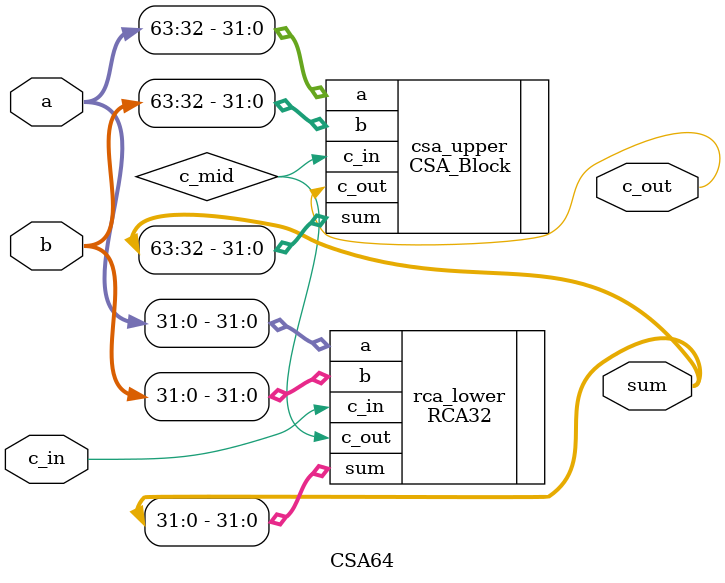
<source format=v>
`timescale 1ns / 1ps


module CSA64(output [63:0] sum, output c_out, input [63:0] a, b, input c_in);
    wire c_mid; // Carry from lower 32-bit to upper 32-bit

    // Stage 1: Lower 32-bit Ripple Carry Adder
    RCA32 rca_lower (
        .sum(sum[31:0]),
        .c_out(c_mid),
        .a(a[31:0]),
        .b(b[31:0]),
        .c_in(c_in)
    );

    // Stage 2: Upper 32-bit Carry Select Adder Block
    CSA_Block csa_upper (
        .sum(sum[63:32]),
        .c_out(c_out),
        .a(a[63:32]),
        .b(b[63:32]),
        .c_in(c_mid)
    );
    
endmodule

</source>
